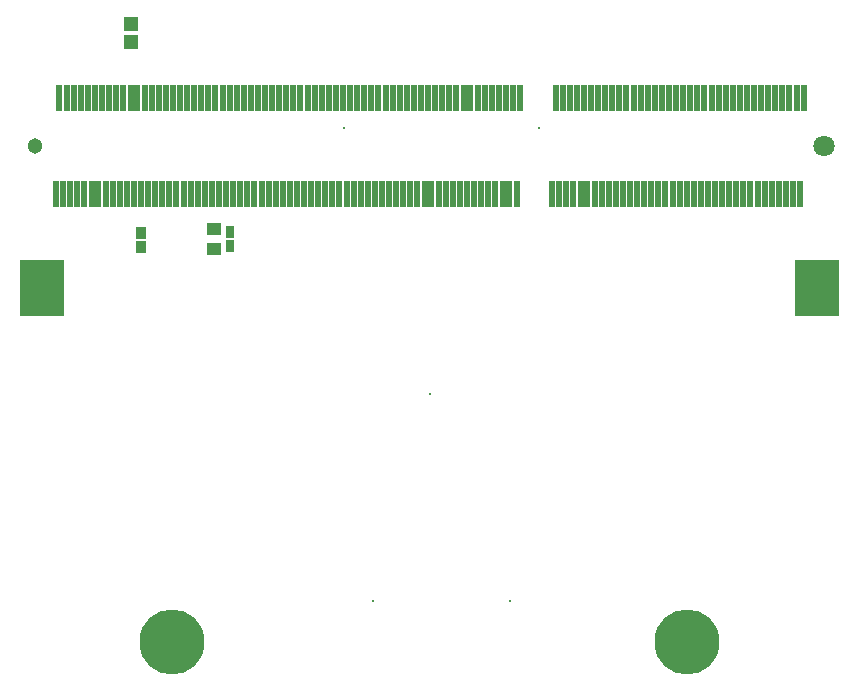
<source format=gts>
%FSTAX23Y23*%
%MOIN*%
%SFA1B1*%

%IPPOS*%
%ADD20C,0.216660*%
%ADD21R,0.035560X0.039500*%
%ADD22R,0.021780X0.086740*%
%ADD23R,0.031620X0.039500*%
%ADD24R,0.047370X0.043430*%
%ADD25R,0.047370X0.047370*%
%ADD26R,0.145800X0.189100*%
%ADD27C,0.008000*%
%ADD28C,0.051310*%
%ADD29C,0.070990*%
%LNmod_duo_x_cb-1*%
%LPD*%
G54D20*
X00637Y00511D03*
X02353D03*
G54D21*
X00533Y01829D03*
Y01876D03*
G54D22*
X00627Y02003D03*
X00651D03*
X0025D03*
X00273D03*
X00297D03*
X0032D03*
X00344D03*
X00368D03*
X00391D03*
X00415D03*
X00438D03*
X00462D03*
X00486D03*
X00509D03*
X00533D03*
X00557D03*
X0058D03*
X00604D03*
X00675D03*
X00698D03*
X00722D03*
X00746D03*
X00769D03*
X00793D03*
X00816D03*
X0084D03*
X00864D03*
X00887D03*
X00911D03*
X00935D03*
X00958D03*
X00982D03*
X01005D03*
X01029D03*
X01053D03*
X01076D03*
X011D03*
X01124D03*
X01147D03*
X01171D03*
X01194D03*
X01218D03*
X01242D03*
X01265D03*
X01289D03*
X01312D03*
X01336D03*
X0136D03*
X01383D03*
X01407D03*
X01431D03*
X01454D03*
X01478D03*
X01501D03*
X01525D03*
X01549D03*
X01572D03*
X01596D03*
X0162D03*
X01643D03*
X01667D03*
X0169D03*
X01714D03*
X01738D03*
X01761D03*
X01785D03*
X01903D03*
X01927D03*
X0195D03*
X01974D03*
X01998D03*
X02021D03*
X02045D03*
X02068D03*
X02092D03*
X02116D03*
X02139D03*
X02163D03*
X02187D03*
X0221D03*
X02234D03*
X02257D03*
X02281D03*
X02305D03*
X02328D03*
X02352D03*
X02375D03*
X02399D03*
X02423D03*
X02446D03*
X0247D03*
X02494D03*
X02517D03*
X02541D03*
X02564D03*
X02588D03*
X02612D03*
X02635D03*
X02659D03*
X02683D03*
X02706D03*
X0273D03*
X00261Y02326D03*
X00285D03*
X00309D03*
X00332D03*
X00356D03*
X00379D03*
X00403D03*
X00427D03*
X0045D03*
X00474D03*
X00498D03*
X00521D03*
X00545D03*
X00568D03*
X00592D03*
X00616D03*
X00639D03*
X00663D03*
X00687D03*
X0071D03*
X00734D03*
X00757D03*
X00781D03*
X00805D03*
X00828D03*
X00852D03*
X00875D03*
X00899D03*
X00923D03*
X00946D03*
X0097D03*
X00994D03*
X01017D03*
X01041D03*
X01064D03*
X01088D03*
X01112D03*
X01135D03*
X01159D03*
X01183D03*
X01206D03*
X0123D03*
X01253D03*
X01277D03*
X01301D03*
X01324D03*
X01348D03*
X01372D03*
X01395D03*
X01419D03*
X01442D03*
X01466D03*
X0149D03*
X01513D03*
X01537D03*
X01561D03*
X01584D03*
X01608D03*
X01631D03*
X01655D03*
X01679D03*
X01702D03*
X01726D03*
X0175D03*
X01773D03*
X01797D03*
X01915D03*
X01938D03*
X01962D03*
X01986D03*
X02009D03*
X02033D03*
X02057D03*
X0208D03*
X02104D03*
X02127D03*
X02151D03*
X02175D03*
X02198D03*
X02222D03*
X02246D03*
X02269D03*
X02293D03*
X02316D03*
X0234D03*
X02364D03*
X02387D03*
X02411D03*
X02435D03*
X02458D03*
X02482D03*
X02505D03*
X02529D03*
X02553D03*
X02576D03*
X026D03*
X02624D03*
X02647D03*
X02671D03*
X02694D03*
X02718D03*
X02742D03*
G54D23*
X0083Y01878D03*
Y01831D03*
G54D24*
X00775Y01821D03*
Y01888D03*
G54D25*
X00498Y02572D03*
Y0251D03*
G54D26*
X00204Y01692D03*
X02787D03*
G54D27*
X00637Y00511D03*
X02353D03*
X01496Y01338D03*
X01763Y00649D03*
X01306D03*
X01208Y02224D03*
X01861D03*
G54D28*
X00181Y02165D03*
G54D29*
X02811Y02165D03*
M02*
</source>
